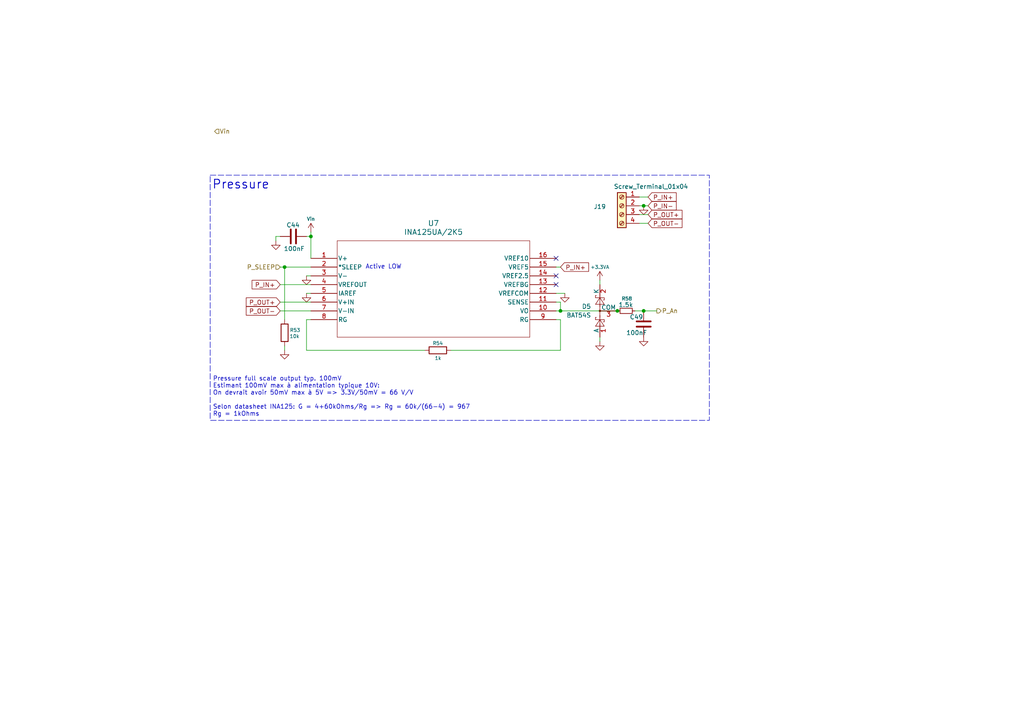
<source format=kicad_sch>
(kicad_sch (version 20250114) (generator "eeschema") (generator_version "9.0")
  (paper "A4")
  (lib_symbols
    (symbol "Connector:Screw_Terminal_01x04" (pin_names (offset 1.016) (hide yes))
      (property "Reference" "J" (at 0 5.08 0))
      (property "Value" "Screw_Terminal_01x04" (at 0 -7.62 0))
      (symbol "Screw_Terminal_01x04_1_1"
        (rectangle (start -1.27 3.81) (end 1.27 -6.35) (stroke (width 0.254)) (fill (type background)))
        (polyline (pts (xy -0.5334 2.8702) (xy 0.3302 2.032)) (stroke (width 0.1524)))
        (polyline (pts (xy -0.5334 0.3302) (xy 0.3302 -0.508)) (stroke (width 0.1524)))
        (polyline (pts (xy -0.5334 -2.2098) (xy 0.3302 -3.048)) (stroke (width 0.1524)))
        (polyline (pts (xy -0.5334 -4.7498) (xy 0.3302 -5.588)) (stroke (width 0.1524)))
        (polyline (pts (xy -0.3556 3.048) (xy 0.508 2.2098)) (stroke (width 0.1524)))
        (polyline (pts (xy -0.3556 0.508) (xy 0.508 -0.3302)) (stroke (width 0.1524)))
        (polyline (pts (xy -0.3556 -2.032) (xy 0.508 -2.8702)) (stroke (width 0.1524)))
        (polyline (pts (xy -0.3556 -4.572) (xy 0.508 -5.4102)) (stroke (width 0.1524)))
        (circle (center 0 2.54) (radius 0.635) (stroke (width 0.1524)))
        (circle (center 0 0) (radius 0.635) (stroke (width 0.1524)))
        (circle (center 0 -2.54) (radius 0.635) (stroke (width 0.1524)))
        (circle (center 0 -5.08) (radius 0.635) (stroke (width 0.1524)))
        (pin passive line (at -5.08 2.54 0) (length 3.81) (name "Pin_1") (number "1"))
        (pin passive line (at -5.08 0 0) (length 3.81) (name "Pin_2") (number "2"))
        (pin passive line (at -5.08 -2.54 0) (length 3.81) (name "Pin_3") (number "3"))
        (pin passive line (at -5.08 -5.08 0) (length 3.81) (name "Pin_4") (number "4"))
      )
    )
    (symbol "Device:C" (pin_numbers (hide yes)) (pin_names (offset 0.254))
      (property "Reference" "C" (at 0.635 2.54 0))
      (property "Value" "C" (at 0.635 -2.54 0))
      (symbol "C_0_1"
        (polyline (pts (xy -2.032 0.762) (xy 2.032 0.762)) (stroke (width 0.508)))
        (polyline (pts (xy -2.032 -0.762) (xy 2.032 -0.762)) (stroke (width 0.508)))
      )
      (symbol "C_1_1"
        (pin passive line (at 0 3.81 270) (length 2.794) (name "~") (number "1"))
        (pin passive line (at 0 -3.81 90) (length 2.794) (name "~") (number "2"))
      )
    )
    (symbol "Device:R" (pin_numbers (hide yes)) (pin_names (offset 0))
      (property "Reference" "R" (at 2.032 0 90))
      (property "Value" "R" (at 0 0 90))
      (symbol "R_0_1"
        (rectangle (start -1.016 -2.54) (end 1.016 2.54) (stroke (width 0.254)))
      )
      (symbol "R_1_1"
        (pin passive line (at 0 3.81 270) (length 1.27) (name "~") (number "1"))
        (pin passive line (at 0 -3.81 90) (length 1.27) (name "~") (number "2"))
      )
    )
    (symbol "Device:R_Small" (pin_numbers (hide yes)) (pin_names (offset 0.254) (hide yes))
      (property "Reference" "R" (at 0 0 90))
      (property "Value" "R_Small" (at 1.778 0 90))
      (symbol "R_Small_0_1"
        (rectangle (start -0.762 1.778) (end 0.762 -1.778) (stroke (width 0.2032)))
      )
      (symbol "R_Small_1_1"
        (pin passive line (at 0 2.54 270) (length 0.762) (name "~") (number "1"))
        (pin passive line (at 0 -2.54 90) (length 0.762) (name "~") (number "2"))
      )
    )
    (symbol "Diode:BAT54S" (pin_names (offset 0))
      (property "Reference" "D" (at 2.54 -5.08 0))
      (property "Value" "BAT54S" (at -6.35 3.175 0))
      (symbol "BAT54S_0_1"
        (polyline (pts (xy -4.445 1.27) (xy -4.445 -1.27) (xy -2.54 0) (xy -4.445 1.27)))
        (polyline (pts (xy -3.81 0) (xy -1.27 0)))
        (polyline (pts (xy -3.175 -1.27) (xy -3.175 -1.016)))
        (polyline (pts (xy -2.54 1.27) (xy -1.905 1.27)))
        (polyline (pts (xy -2.54 -1.27) (xy -3.175 -1.27)))
        (polyline (pts (xy -2.54 -1.27) (xy -2.54 1.27)))
        (polyline (pts (xy -1.905 1.27) (xy -1.905 1.016)))
        (polyline (pts (xy -1.905 0) (xy 1.905 0)))
        (circle (center 0 0) (radius 0.254) (fill (type outline)))
        (polyline (pts (xy 1.27 0) (xy 3.81 0)))
        (polyline (pts (xy 1.905 1.27) (xy 1.905 -1.27) (xy 3.81 0) (xy 1.905 1.27)))
        (polyline (pts (xy 3.175 -1.27) (xy 3.175 -1.016)))
        (polyline (pts (xy 3.81 1.27) (xy 4.445 1.27)))
        (polyline (pts (xy 3.81 -1.27) (xy 3.175 -1.27)))
        (polyline (pts (xy 3.81 -1.27) (xy 3.81 1.27)))
        (polyline (pts (xy 4.445 1.27) (xy 4.445 1.016)))
      )
      (symbol "BAT54S_1_1"
        (pin passive line (at -7.62 0 0) (length 3.81) (name "A") (number "1"))
        (pin passive line (at 0 -5.08 90) (length 5.08) (name "COM") (number "3"))
        (pin passive line (at 7.62 0 180) (length 3.81) (name "K") (number "2"))
      )
    )
    (symbol "INA125UA_2K5_1" (pin_names (offset 0.254))
      (property "Reference" "U" (at 35.56 10.16 0))
      (property "Value" "INA125UA/2K5" (at 35.56 7.62 0))
      (symbol "INA125UA_2K5_1_0_1"
        (polyline (pts (xy 7.62 5.08) (xy 7.62 -22.86)) (stroke (width 0.127)))
        (polyline (pts (xy 7.62 -22.86) (xy 63.5 -22.86)) (stroke (width 0.127)))
        (polyline (pts (xy 63.5 5.08) (xy 7.62 5.08)) (stroke (width 0.127)))
        (polyline (pts (xy 63.5 -22.86) (xy 63.5 5.08)) (stroke (width 0.127)))
        (pin power_in line (at 0 0 0) (length 7.62) (name "V+") (number "1"))
        (pin unspecified line (at 0 -2.54 0) (length 7.62) (name "*SLEEP") (number "2"))
        (pin power_in line (at 0 -5.08 0) (length 7.62) (name "V-") (number "3"))
        (pin output line (at 0 -7.62 0) (length 7.62) (name "VREFOUT") (number "4"))
        (pin unspecified line (at 0 -10.16 0) (length 7.62) (name "IAREF") (number "5"))
        (pin input line (at 0 -12.7 0) (length 7.62) (name "V+IN") (number "6"))
        (pin input line (at 0 -15.24 0) (length 7.62) (name "V-IN") (number "7"))
        (pin unspecified line (at 0 -17.78 0) (length 7.62) (name "RG") (number "8"))
        (pin power_in line (at 71.12 0 180) (length 7.62) (name "VREF10") (number "16"))
        (pin power_in line (at 71.12 -2.54 180) (length 7.62) (name "VREF5") (number "15"))
        (pin power_in line (at 71.12 -5.08 180) (length 7.62) (name "VREF2.5") (number "14"))
        (pin power_in line (at 71.12 -7.62 180) (length 7.62) (name "VREFBG") (number "13"))
        (pin power_in line (at 71.12 -10.16 180) (length 7.62) (name "VREFCOM") (number "12"))
        (pin unspecified line (at 71.12 -12.7 180) (length 7.62) (name "SENSE") (number "11"))
        (pin output line (at 71.12 -15.24 180) (length 7.62) (name "VO") (number "10"))
        (pin unspecified line (at 71.12 -17.78 180) (length 7.62) (name "RG") (number "9"))
      )
    )
    (symbol "power:+12V" (power) (pin_names (offset 0))
      (property "Value" "+12V" (at 0 3.556 0))
      (symbol "+12V_0_1"
        (polyline (pts (xy -0.762 1.27) (xy 0 2.54)))
        (polyline (pts (xy 0 2.54) (xy 0.762 1.27)))
        (polyline (pts (xy 0 0) (xy 0 2.54)))
      )
      (symbol "+12V_1_1"
        (pin power_in line (at 0 0 90) (length 0) (hide yes) (name "+12V") (number "1"))
      )
    )
    (symbol "power:+3.3VA" (power) (pin_names (offset 0))
      (property "Value" "+3.3VA" (at 0 3.556 0))
      (symbol "+3.3VA_0_1"
        (polyline (pts (xy -0.762 1.27) (xy 0 2.54)))
        (polyline (pts (xy 0 2.54) (xy 0.762 1.27)))
        (polyline (pts (xy 0 0) (xy 0 2.54)))
      )
      (symbol "+3.3VA_1_1"
        (pin power_in line (at 0 0 90) (length 0) (hide yes) (name "+3.3VA") (number "1"))
      )
    )
    (symbol "power:GND" (power) (pin_names (offset 0))
      (property "Value" "GND" (at 0 -3.81 0))
      (symbol "GND_0_1"
        (polyline (pts (xy 0 0) (xy 0 -1.27) (xy 1.27 -1.27) (xy 0 -2.54) (xy -1.27 -1.27) (xy 0 -1.27)))
      )
      (symbol "GND_1_1"
        (pin power_in line (at 0 0 270) (length 0) (hide yes) (name "GND") (number "1"))
      )
    )
  )
  (rectangle (start 60.96 50.8) (end 205.74 121.92) (stroke (width 0) (type dash)))
  (text "Pressure full scale output typ. 100mV\nEstimant 100mV max à alimentation typique 10V:\nOn devrait avoir 50mV max à 5V => 3.3V/50mV = 66 V/V\n\nSelon datasheet INA125: G = 4+60kOhms/Rg => Rg = 60k/(66-4) = 967\nRg = 1kOhms" (at 61.722 115.062 0) (effects (font (size 1.27 1.27)) (justify left)))
  (text "Active LOW" (at 111.252 77.47 0) (effects (font (size 1.27 1.27))))
  (text "Pressure" (at 61.468 55.118 0) (effects (font (size 2.54 2.54) (thickness 0.254) (bold yes)) (justify left bottom)))
  (junction (at 179.07 90.17))
  (junction (at 82.55 77.47))
  (junction (at 162.56 90.17))
  (junction (at 186.69 90.17))
  (junction (at 90.17 68.58))
  (junction (at 186.69 59.69))
  (no_connect (at 161.29 80.01))
  (no_connect (at 161.29 82.55))
  (no_connect (at 161.29 74.93))
  (wire (pts (xy 187.96 64.77) (xy 185.42 64.77)))
  (wire (pts (xy 173.99 81.28) (xy 173.99 82.55)))
  (wire (pts (xy 162.56 92.71) (xy 161.29 92.71)))
  (wire (pts (xy 186.69 59.69) (xy 187.96 59.69)))
  (wire (pts (xy 88.9 80.01) (xy 90.17 80.01)))
  (wire (pts (xy 123.19 101.6) (xy 88.9 101.6)))
  (wire (pts (xy 162.56 87.63) (xy 161.29 87.63)))
  (wire (pts (xy 81.28 77.47) (xy 82.55 77.47)))
  (wire (pts (xy 88.9 101.6) (xy 88.9 92.71)))
  (wire (pts (xy 187.96 57.15) (xy 185.42 57.15)))
  (wire (pts (xy 80.01 68.58) (xy 81.28 68.58)))
  (wire (pts (xy 162.56 77.47) (xy 161.29 77.47)))
  (wire (pts (xy 184.15 90.17) (xy 186.69 90.17)))
  (wire (pts (xy 162.56 87.63) (xy 162.56 90.17)))
  (wire (pts (xy 187.96 62.23) (xy 185.42 62.23)))
  (wire (pts (xy 90.17 68.58) (xy 88.9 68.58)))
  (wire (pts (xy 82.55 100.33) (xy 82.55 101.6)))
  (wire (pts (xy 81.28 87.63) (xy 90.17 87.63)))
  (wire (pts (xy 81.28 82.55) (xy 90.17 82.55)))
  (wire (pts (xy 90.17 67.31) (xy 90.17 68.58)))
  (wire (pts (xy 88.9 92.71) (xy 90.17 92.71)))
  (wire (pts (xy 185.42 59.69) (xy 186.69 59.69)))
  (wire (pts (xy 162.56 90.17) (xy 161.29 90.17)))
  (wire (pts (xy 162.56 90.17) (xy 179.07 90.17)))
  (wire (pts (xy 88.9 85.09) (xy 90.17 85.09)))
  (wire (pts (xy 82.55 77.47) (xy 90.17 77.47)))
  (wire (pts (xy 130.81 101.6) (xy 162.56 101.6)))
  (wire (pts (xy 173.99 97.79) (xy 173.99 99.06)))
  (wire (pts (xy 162.56 101.6) (xy 162.56 92.71)))
  (wire (pts (xy 82.55 77.47) (xy 82.55 92.71)))
  (wire (pts (xy 186.69 90.17) (xy 190.5 90.17)))
  (wire (pts (xy 80.01 68.58) (xy 80.01 69.85)))
  (wire (pts (xy 81.28 90.17) (xy 90.17 90.17)))
  (wire (pts (xy 90.17 74.93) (xy 90.17 68.58)))
  (wire (pts (xy 163.83 85.09) (xy 161.29 85.09)))
  (global_label "P_IN+" (shape input) (at 162.56 77.47 0) (property "Intersheetrefs" "${INTERSHEET_REFS}" (effects (hide yes))))
  (global_label "P_OUT+" (shape input) (at 81.28 87.63 180) (property "Intersheetrefs" "${INTERSHEET_REFS}" (effects (hide yes))))
  (global_label "P_OUT-" (shape input) (at 81.28 90.17 180) (property "Intersheetrefs" "${INTERSHEET_REFS}" (effects (hide yes))))
  (global_label "P_OUT-" (shape input) (at 187.96 64.77 0) (property "Intersheetrefs" "${INTERSHEET_REFS}" (effects (hide yes))))
  (global_label "P_OUT+" (shape input) (at 187.96 62.23 0) (property "Intersheetrefs" "${INTERSHEET_REFS}" (effects (hide yes))))
  (global_label "P_IN+" (shape input) (at 187.96 57.15 0) (property "Intersheetrefs" "${INTERSHEET_REFS}" (effects (hide yes))))
  (global_label "P_IN+" (shape input) (at 81.28 82.55 180) (property "Intersheetrefs" "${INTERSHEET_REFS}" (effects (hide yes))))
  (global_label "P_IN-" (shape input) (at 187.96 59.69 0) (property "Intersheetrefs" "${INTERSHEET_REFS}" (effects (hide yes))))
  (hierarchical_label "P_SLEEP" (shape input) (at 81.28 77.47 180))
  (hierarchical_label "P_An" (shape output) (at 190.5 90.17 0))
  (hierarchical_label "Vin" (shape input) (at 62.23 38.1 0))
  (symbol (lib_id "Device:R") (at 82.55 96.52 0) (unit 1)
    (property "Reference" "R53" (at 87.122 95.758 0) (effects (font (size 1 1)) (justify right)))
    (property "Value" "10k" (at 86.868 97.536 0) (effects (font (size 1 1)) (justify right)))
    (property "Footprint" "Resistor_SMD:R_0805_2012Metric" (effects (hide yes)))
  )
  (symbol (lib_id "Diode:BAT54S") (at 173.99 90.17 90) (unit 1)
    (property "Reference" "D5" (at 171.45 88.8999 90) (effects (justify left)))
    (property "Value" "BAT54S" (at 171.45 91.4399 90) (effects (justify left)))
    (property "Footprint" "Package_TO_SOT_SMD:SOT-23" (effects (hide yes)))
    (property "Datasheet" "https://www.diodes.com/assets/Datasheets/ds11005.pdf" (effects (hide yes)))
    (property "Description" "Vr 30V, If 200mA, Dual schottky barrier diode, in series, SOT-323" (effects (hide yes)))
  )
  (symbol (lib_id "power:GND") (at 88.9 85.09 0) (unit 1)
    (property "Reference" "#PWR07" (effects (hide yes)))
    (property "Value" "GND" (effects (hide yes)))
  )
  (symbol (lib_id "Device:C") (at 186.69 93.98 0) (unit 1)
    (property "Reference" "C49" (at 182.626 91.948 0) (effects (justify left)))
    (property "Value" "100nF" (at 181.61 96.52 0) (effects (justify left)))
    (property "Footprint" "Capacitor_SMD:C_0805_2012Metric" (effects (hide yes)))
    (property "Description" "Unpolarized capacitor" (effects (hide yes)))
  )
  (symbol (lib_name "INA125UA_2K5_1") (lib_id "pcb_moteur:INA125UA_2K5") (at 90.17 74.93 0) (unit 1)
    (property "Reference" "U7" (at 125.73 64.77 0) (effects (font (size 1.524 1.524))))
    (property "Value" "INA125UA/2K5" (at 125.73 67.31 0) (effects (font (size 1.524 1.524))))
    (property "Footprint" "pcb_moteur:D16-L" (effects (hide yes)))
    (property "Datasheet" "https://www.digikey.ca/en/products/detail/texas-instruments/INA125UA-2K5/300987" (effects (hide yes)))
    (property "Description" "IC INST AMP 1 CIRCUIT 16SOIC" (effects (hide yes)))
    (property "Doc" "https://www.ti.com/lit/gpn/ina125" (effects (hide yes)))
    (property "DigiKey_Part_Number " "296-50343-1-ND" (effects (hide yes)))
    (property "Manufacturer_Part_Number" "INA125UA/2K5" (effects (hide yes)))
  )
  (symbol (lib_id "power:GND") (at 173.99 99.06 0) (unit 1)
    (property "Reference" "#PWR0134" (effects (hide yes)))
    (property "Value" "GND" (effects (hide yes)))
  )
  (symbol (lib_id "power:GND") (at 88.9 80.01 0) (unit 1)
    (property "Reference" "#PWR069" (effects (hide yes)))
    (property "Value" "GND" (effects (hide yes)))
  )
  (symbol (lib_id "power:GND") (at 82.55 101.6 0) (unit 1)
    (property "Reference" "#PWR0136" (effects (hide yes)))
    (property "Value" "GND" (effects (hide yes)))
  )
  (symbol (lib_id "power:GND") (at 186.69 59.69 0) (unit 1)
    (property "Reference" "#PWR078" (effects (hide yes)))
    (property "Value" "GND" (effects (hide yes)))
  )
  (symbol (lib_id "power:+12V") (at 90.17 67.31 0) (unit 1)
    (property "Reference" "#PWR050" (effects (hide yes)))
    (property "Value" "Vin" (at 90.17 63.5 0) (effects (font (size 1 1))))
  )
  (symbol (lib_id "Device:C") (at 85.09 68.58 270) (unit 1)
    (property "Reference" "C44" (at 83.058 65.278 90) (effects (justify left)))
    (property "Value" "100nF" (at 82.296 72.136 90) (effects (justify left)))
    (property "Footprint" "Capacitor_SMD:C_0805_2012Metric" (effects (hide yes)))
    (property "Description" "Unpolarized capacitor" (effects (hide yes)))
  )
  (symbol (lib_id "power:GND") (at 80.01 69.85 0) (unit 1)
    (property "Reference" "#PWR068" (effects (hide yes)))
    (property "Value" "GND" (effects (hide yes)))
  )
  (symbol (lib_id "power:GND") (at 186.69 97.79 0) (unit 1)
    (property "Reference" "#PWR0139" (effects (hide yes)))
    (property "Value" "GND" (effects (hide yes)))
  )
  (symbol (lib_id "power:+3.3VA") (at 173.99 81.28 0) (unit 1)
    (property "Reference" "#PWR039" (effects (hide yes)))
    (property "Value" "+3.3VA" (at 173.99 77.47 0) (effects (font (size 1 1))))
  )
  (symbol (lib_id "Device:R_Small") (at 181.61 90.17 90) (unit 1)
    (property "Reference" "R58" (at 183.388 86.614 90) (effects (font (size 1.016 1.016)) (justify left)))
    (property "Value" "1.5k" (at 183.642 88.392 90) (effects (justify left)))
    (property "Footprint" "Resistor_SMD:R_0805_2012Metric" (effects (hide yes)))
    (property "Description" "Resistor, small symbol" (effects (hide yes)))
  )
  (symbol (lib_id "Device:R") (at 127 101.6 270) (unit 1)
    (property "Reference" "R54" (at 128.524 99.568 90) (effects (font (size 1 1)) (justify right)))
    (property "Value" "1k" (at 128.016 103.886 90) (effects (font (size 1 1)) (justify right)))
    (property "Footprint" "Resistor_SMD:R_0805_2012Metric" (effects (hide yes)))
  )
  (symbol (lib_id "power:GND") (at 163.83 85.09 0) (unit 1)
    (property "Reference" "#PWR037" (effects (hide yes)))
    (property "Value" "GND" (effects (hide yes)))
  )
  (symbol (lib_id "Connector:Screw_Terminal_01x04") (at 180.34 59.69 0) (mirror y) (unit 1)
    (property "Reference" "J19" (at 175.768 59.944 0) (effects (justify left)))
    (property "Value" "Screw_Terminal_01x04" (at 199.644 54.102 0) (effects (justify left)))
    (property "Footprint" "pcb_moteur:CONN_OSTVN04A150_OST" (effects (hide yes)))
    (property "Datasheet" "https://www.digikey.ca/en/products/detail/on-shore-technology-inc/OSTVN04A150/1588864" (effects (hide yes)))
    (property "Description" "4 Pin terminal block" (effects (hide yes)))
  )
)
</source>
